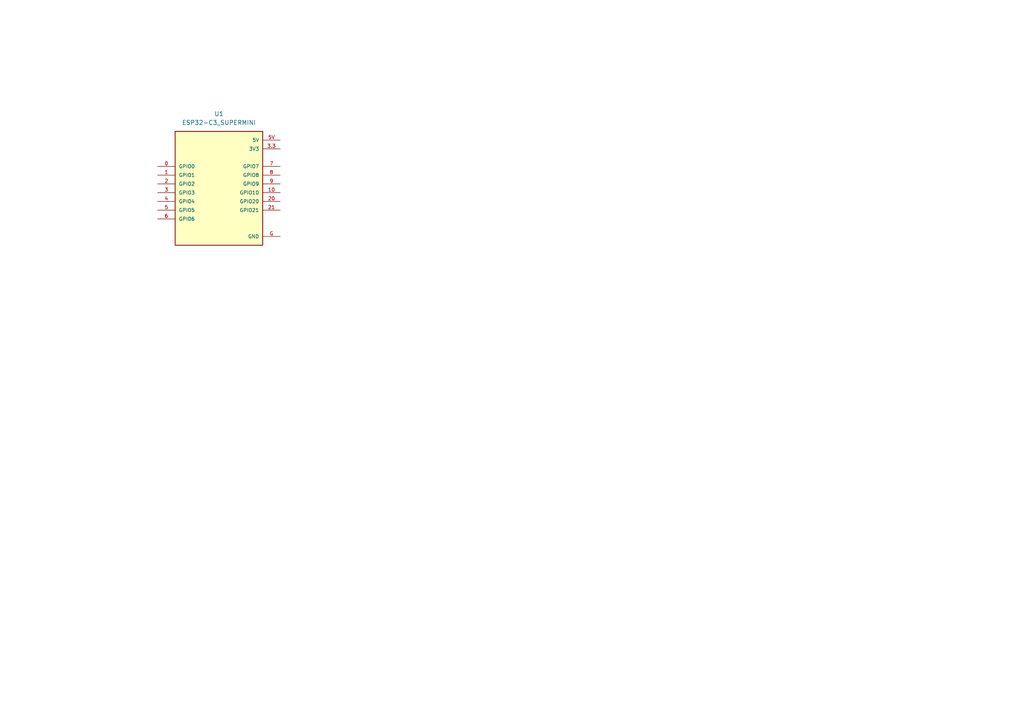
<source format=kicad_sch>
(kicad_sch (version 20250114) (generator "eeschema") (generator_version "9.0")
  (paper "A4")
  (lib_symbols
    (symbol "CustomSymbols:ESP32-C3_SUPERMINI" (pin_names (offset 1.016))
      (property "Reference" "U" (at -12.7 16.002 0))
      (property "Value" "ESP32-C3_SUPERMINI" (at -12.7 -20.32 0))
      (symbol "ESP32-C3_SUPERMINI_0_0"
        (rectangle (start -12.7 -17.78) (end 12.7 15.24) (stroke (width 0.254)) (fill (type background)))
        (pin bidirectional line (at -17.78 5.08 0) (length 5.08) (name "GPIO0") (number "0"))
        (pin bidirectional line (at -17.78 2.54 0) (length 5.08) (name "GPIO1") (number "1"))
        (pin bidirectional line (at -17.78 0 0) (length 5.08) (name "GPIO2") (number "2"))
        (pin bidirectional line (at -17.78 -2.54 0) (length 5.08) (name "GPIO3") (number "3"))
        (pin bidirectional line (at -17.78 -5.08 0) (length 5.08) (name "GPIO4") (number "4"))
        (pin bidirectional line (at -17.78 -7.62 0) (length 5.08) (name "GPIO5") (number "5"))
        (pin bidirectional line (at -17.78 -10.16 0) (length 5.08) (name "GPIO6") (number "6"))
        (pin power_in line (at 17.78 12.7 180) (length 5.08) (name "5V") (number "5V"))
        (pin power_in line (at 17.78 10.16 180) (length 5.08) (name "3V3") (number "3.3"))
        (pin bidirectional line (at 17.78 5.08 180) (length 5.08) (name "GPIO7") (number "7"))
        (pin bidirectional line (at 17.78 2.54 180) (length 5.08) (name "GPIO8") (number "8"))
        (pin bidirectional line (at 17.78 0 180) (length 5.08) (name "GPIO9") (number "9"))
        (pin bidirectional line (at 17.78 -2.54 180) (length 5.08) (name "GPIO10") (number "10"))
        (pin bidirectional line (at 17.78 -5.08 180) (length 5.08) (name "GPIO20") (number "20"))
        (pin bidirectional line (at 17.78 -7.62 180) (length 5.08) (name "GPIO21") (number "21"))
        (pin power_in line (at 17.78 -15.24 180) (length 5.08) (name "GND") (number "G"))
      )
    )
  )
  (symbol (lib_id "CustomSymbols:ESP32-C3_SUPERMINI") (at 63.5 53.34 0) (unit 1)
    (property "Reference" "U1" (at 63.5 33.02 0))
    (property "Value" "ESP32-C3_SUPERMINI" (at 63.5 35.56 0))
    (property "Footprint" "CustomLibrary:ESP32-C3_SUPERMINI_SMD" (effects (hide yes)))
    (property "MF" "Espressif Systems" (effects (hide yes)))
    (property "MAXIMUM_PACKAGE_HEIGHT" "4.2mm" (effects (hide yes)))
    (property "Package" "Package" (effects (hide yes)))
    (property "Price" "None" (effects (hide yes)))
    (property "Check_prices" "https://www.snapeda.com/parts/ESP32-C3%20SuperMini_TH/Espressif+Systems/view-part/?ref=eda" (effects (hide yes)))
    (property "STANDARD" "Manufacturer Recommendations" (effects (hide yes)))
    (property "SnapEDA_Link" "https://www.snapeda.com/parts/ESP32-C3%20SuperMini_TH/Espressif+Systems/view-part/?ref=snap" (effects (hide yes)))
    (property "MP" "ESP32-C3 SuperMini_TH" (effects (hide yes)))
    (property "Description_1" "\nSuper tiny ESP32-C3 board\n" (effects (hide yes)))
    (property "Availability" "Not in stock" (effects (hide yes)))
    (property "MANUFACTURER" "Espressif" (effects (hide yes)))
  )
)
</source>
